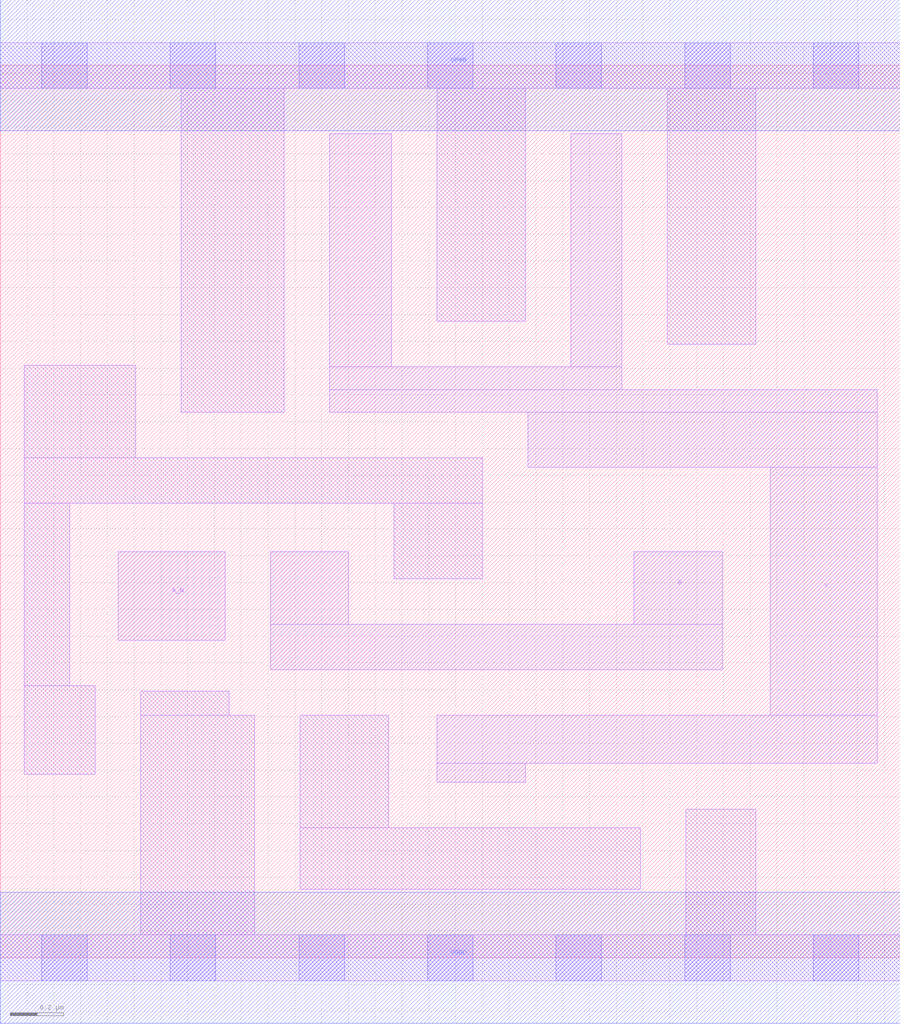
<source format=lef>
# Copyright 2020 The SkyWater PDK Authors
#
# Licensed under the Apache License, Version 2.0 (the "License");
# you may not use this file except in compliance with the License.
# You may obtain a copy of the License at
#
#     https://www.apache.org/licenses/LICENSE-2.0
#
# Unless required by applicable law or agreed to in writing, software
# distributed under the License is distributed on an "AS IS" BASIS,
# WITHOUT WARRANTIES OR CONDITIONS OF ANY KIND, either express or implied.
# See the License for the specific language governing permissions and
# limitations under the License.
#
# SPDX-License-Identifier: Apache-2.0

VERSION 5.7 ;
  NAMESCASESENSITIVE ON ;
  NOWIREEXTENSIONATPIN ON ;
  DIVIDERCHAR "/" ;
  BUSBITCHARS "[]" ;
UNITS
  DATABASE MICRONS 200 ;
END UNITS
MACRO sky130_fd_sc_lp__nand2b_2
  CLASS CORE ;
  FOREIGN sky130_fd_sc_lp__nand2b_2 ;
  ORIGIN  0.000000  0.000000 ;
  SIZE  3.360000 BY  3.330000 ;
  SYMMETRY X Y R90 ;
  SITE unit ;
  PIN A_N
    ANTENNAGATEAREA  0.126000 ;
    DIRECTION INPUT ;
    USE SIGNAL ;
    PORT
      LAYER li1 ;
        RECT 0.440000 1.185000 0.840000 1.515000 ;
    END
  END A_N
  PIN B
    ANTENNAGATEAREA  0.630000 ;
    DIRECTION INPUT ;
    USE SIGNAL ;
    PORT
      LAYER li1 ;
        RECT 1.010000 1.075000 2.695000 1.245000 ;
        RECT 1.010000 1.245000 1.300000 1.515000 ;
        RECT 2.365000 1.245000 2.695000 1.515000 ;
    END
  END B
  PIN Y
    ANTENNADIFFAREA  0.970200 ;
    DIRECTION OUTPUT ;
    USE SIGNAL ;
    PORT
      LAYER li1 ;
        RECT 1.230000 2.035000 3.275000 2.120000 ;
        RECT 1.230000 2.120000 2.320000 2.205000 ;
        RECT 1.230000 2.205000 1.460000 3.075000 ;
        RECT 1.630000 0.655000 1.960000 0.725000 ;
        RECT 1.630000 0.725000 3.275000 0.905000 ;
        RECT 1.970000 1.830000 3.275000 2.035000 ;
        RECT 2.130000 2.205000 2.320000 3.075000 ;
        RECT 2.875000 0.905000 3.275000 1.830000 ;
    END
  END Y
  PIN VGND
    DIRECTION INOUT ;
    USE GROUND ;
    PORT
      LAYER met1 ;
        RECT 0.000000 -0.245000 3.360000 0.245000 ;
    END
  END VGND
  PIN VPWR
    DIRECTION INOUT ;
    USE POWER ;
    PORT
      LAYER met1 ;
        RECT 0.000000 3.085000 3.360000 3.575000 ;
    END
  END VPWR
  OBS
    LAYER li1 ;
      RECT 0.000000 -0.085000 3.360000 0.085000 ;
      RECT 0.000000  3.245000 3.360000 3.415000 ;
      RECT 0.090000  0.685000 0.355000 1.015000 ;
      RECT 0.090000  1.015000 0.260000 1.695000 ;
      RECT 0.090000  1.695000 1.800000 1.865000 ;
      RECT 0.090000  1.865000 0.505000 2.210000 ;
      RECT 0.525000  0.085000 0.950000 0.905000 ;
      RECT 0.525000  0.905000 0.855000 0.995000 ;
      RECT 0.675000  2.035000 1.060000 3.245000 ;
      RECT 1.120000  0.255000 2.390000 0.485000 ;
      RECT 1.120000  0.485000 1.450000 0.905000 ;
      RECT 1.470000  1.415000 1.800000 1.695000 ;
      RECT 1.630000  2.375000 1.960000 3.245000 ;
      RECT 2.490000  2.290000 2.820000 3.245000 ;
      RECT 2.560000  0.085000 2.820000 0.555000 ;
    LAYER mcon ;
      RECT 0.155000 -0.085000 0.325000 0.085000 ;
      RECT 0.155000  3.245000 0.325000 3.415000 ;
      RECT 0.635000 -0.085000 0.805000 0.085000 ;
      RECT 0.635000  3.245000 0.805000 3.415000 ;
      RECT 1.115000 -0.085000 1.285000 0.085000 ;
      RECT 1.115000  3.245000 1.285000 3.415000 ;
      RECT 1.595000 -0.085000 1.765000 0.085000 ;
      RECT 1.595000  3.245000 1.765000 3.415000 ;
      RECT 2.075000 -0.085000 2.245000 0.085000 ;
      RECT 2.075000  3.245000 2.245000 3.415000 ;
      RECT 2.555000 -0.085000 2.725000 0.085000 ;
      RECT 2.555000  3.245000 2.725000 3.415000 ;
      RECT 3.035000 -0.085000 3.205000 0.085000 ;
      RECT 3.035000  3.245000 3.205000 3.415000 ;
  END
END sky130_fd_sc_lp__nand2b_2
END LIBRARY

</source>
